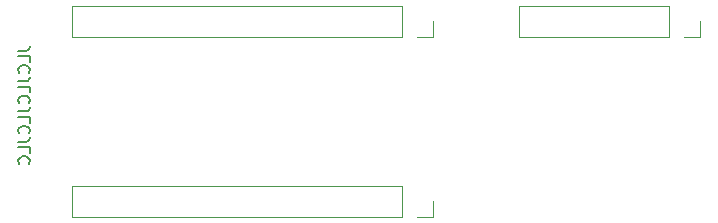
<source format=gbr>
%TF.GenerationSoftware,KiCad,Pcbnew,(6.0.0-0)*%
%TF.CreationDate,2022-07-05T21:18:16-04:00*%
%TF.ProjectId,VGA,5647412e-6b69-4636-9164-5f7063625858,rev?*%
%TF.SameCoordinates,Original*%
%TF.FileFunction,Legend,Bot*%
%TF.FilePolarity,Positive*%
%FSLAX46Y46*%
G04 Gerber Fmt 4.6, Leading zero omitted, Abs format (unit mm)*
G04 Created by KiCad (PCBNEW (6.0.0-0)) date 2022-07-05 21:18:16*
%MOMM*%
%LPD*%
G01*
G04 APERTURE LIST*
%ADD10C,0.150000*%
%ADD11C,0.120000*%
G04 APERTURE END LIST*
D10*
X101814380Y-72850952D02*
X102528666Y-72850952D01*
X102671523Y-72803333D01*
X102766761Y-72708095D01*
X102814380Y-72565238D01*
X102814380Y-72470000D01*
X102814380Y-73803333D02*
X102814380Y-73327142D01*
X101814380Y-73327142D01*
X102719142Y-74708095D02*
X102766761Y-74660476D01*
X102814380Y-74517619D01*
X102814380Y-74422380D01*
X102766761Y-74279523D01*
X102671523Y-74184285D01*
X102576285Y-74136666D01*
X102385809Y-74089047D01*
X102242952Y-74089047D01*
X102052476Y-74136666D01*
X101957238Y-74184285D01*
X101862000Y-74279523D01*
X101814380Y-74422380D01*
X101814380Y-74517619D01*
X101862000Y-74660476D01*
X101909619Y-74708095D01*
X101814380Y-75422380D02*
X102528666Y-75422380D01*
X102671523Y-75374761D01*
X102766761Y-75279523D01*
X102814380Y-75136666D01*
X102814380Y-75041428D01*
X102814380Y-76374761D02*
X102814380Y-75898571D01*
X101814380Y-75898571D01*
X102719142Y-77279523D02*
X102766761Y-77231904D01*
X102814380Y-77089047D01*
X102814380Y-76993809D01*
X102766761Y-76850952D01*
X102671523Y-76755714D01*
X102576285Y-76708095D01*
X102385809Y-76660476D01*
X102242952Y-76660476D01*
X102052476Y-76708095D01*
X101957238Y-76755714D01*
X101862000Y-76850952D01*
X101814380Y-76993809D01*
X101814380Y-77089047D01*
X101862000Y-77231904D01*
X101909619Y-77279523D01*
X101814380Y-77993809D02*
X102528666Y-77993809D01*
X102671523Y-77946190D01*
X102766761Y-77850952D01*
X102814380Y-77708095D01*
X102814380Y-77612857D01*
X102814380Y-78946190D02*
X102814380Y-78470000D01*
X101814380Y-78470000D01*
X102719142Y-79850952D02*
X102766761Y-79803333D01*
X102814380Y-79660476D01*
X102814380Y-79565238D01*
X102766761Y-79422380D01*
X102671523Y-79327142D01*
X102576285Y-79279523D01*
X102385809Y-79231904D01*
X102242952Y-79231904D01*
X102052476Y-79279523D01*
X101957238Y-79327142D01*
X101862000Y-79422380D01*
X101814380Y-79565238D01*
X101814380Y-79660476D01*
X101862000Y-79803333D01*
X101909619Y-79850952D01*
X101814380Y-80565238D02*
X102528666Y-80565238D01*
X102671523Y-80517619D01*
X102766761Y-80422380D01*
X102814380Y-80279523D01*
X102814380Y-80184285D01*
X102814380Y-81517619D02*
X102814380Y-81041428D01*
X101814380Y-81041428D01*
X102719142Y-82422380D02*
X102766761Y-82374761D01*
X102814380Y-82231904D01*
X102814380Y-82136666D01*
X102766761Y-81993809D01*
X102671523Y-81898571D01*
X102576285Y-81850952D01*
X102385809Y-81803333D01*
X102242952Y-81803333D01*
X102052476Y-81850952D01*
X101957238Y-81898571D01*
X101862000Y-81993809D01*
X101814380Y-82136666D01*
X101814380Y-82231904D01*
X101862000Y-82374761D01*
X101909619Y-82422380D01*
D11*
%TO.C,J1*%
X106366000Y-86928000D02*
X106366000Y-84268000D01*
X136966000Y-86928000D02*
X136966000Y-85598000D01*
X135636000Y-86928000D02*
X136966000Y-86928000D01*
X134366000Y-86928000D02*
X134366000Y-84268000D01*
X134366000Y-86928000D02*
X106366000Y-86928000D01*
X134366000Y-84268000D02*
X106366000Y-84268000D01*
%TO.C,J2*%
X134366000Y-69028000D02*
X106366000Y-69028000D01*
X136966000Y-71688000D02*
X136966000Y-70358000D01*
X135636000Y-71688000D02*
X136966000Y-71688000D01*
X134366000Y-71688000D02*
X106366000Y-71688000D01*
X106366000Y-71688000D02*
X106366000Y-69028000D01*
X134366000Y-71688000D02*
X134366000Y-69028000D01*
%TO.C,J3*%
X156972000Y-71688000D02*
X144212000Y-71688000D01*
X156972000Y-69028000D02*
X144212000Y-69028000D01*
X158242000Y-71688000D02*
X159572000Y-71688000D01*
X144212000Y-71688000D02*
X144212000Y-69028000D01*
X156972000Y-71688000D02*
X156972000Y-69028000D01*
X159572000Y-71688000D02*
X159572000Y-70358000D01*
%TD*%
M02*

</source>
